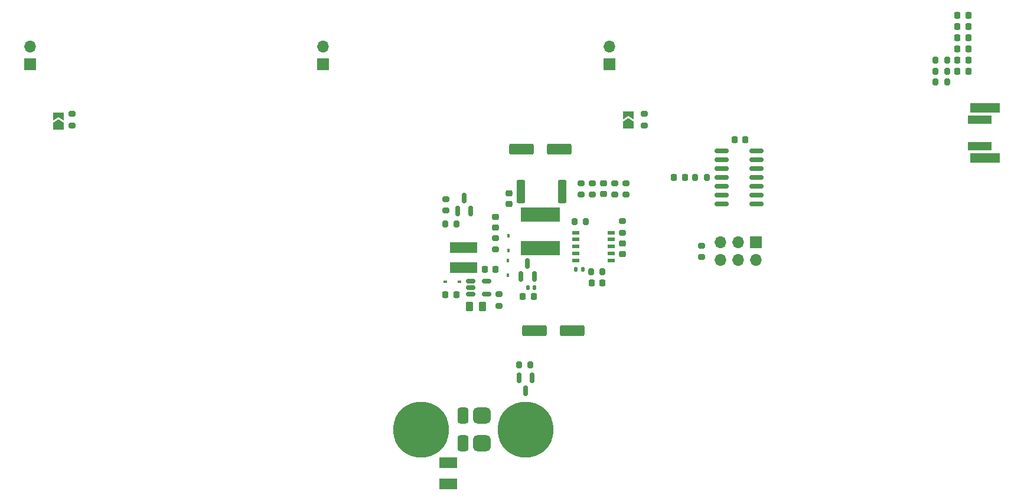
<source format=gbr>
%TF.GenerationSoftware,KiCad,Pcbnew,6.0.0-rc1-unknown-c40e921cb3~144~ubuntu20.04.1*%
%TF.CreationDate,2021-11-23T20:48:53+02:00*%
%TF.ProjectId,solar_lantern,736f6c61-725f-46c6-916e-7465726e2e6b,1*%
%TF.SameCoordinates,Original*%
%TF.FileFunction,Soldermask,Top*%
%TF.FilePolarity,Negative*%
%FSLAX46Y46*%
G04 Gerber Fmt 4.6, Leading zero omitted, Abs format (unit mm)*
G04 Created by KiCad (PCBNEW 6.0.0-rc1-unknown-c40e921cb3~144~ubuntu20.04.1) date 2021-11-23 20:48:53*
%MOMM*%
%LPD*%
G01*
G04 APERTURE LIST*
G04 Aperture macros list*
%AMRoundRect*
0 Rectangle with rounded corners*
0 $1 Rounding radius*
0 $2 $3 $4 $5 $6 $7 $8 $9 X,Y pos of 4 corners*
0 Add a 4 corners polygon primitive as box body*
4,1,4,$2,$3,$4,$5,$6,$7,$8,$9,$2,$3,0*
0 Add four circle primitives for the rounded corners*
1,1,$1+$1,$2,$3*
1,1,$1+$1,$4,$5*
1,1,$1+$1,$6,$7*
1,1,$1+$1,$8,$9*
0 Add four rect primitives between the rounded corners*
20,1,$1+$1,$2,$3,$4,$5,0*
20,1,$1+$1,$4,$5,$6,$7,0*
20,1,$1+$1,$6,$7,$8,$9,0*
20,1,$1+$1,$8,$9,$2,$3,0*%
%AMFreePoly0*
4,1,6,1.000000,0.000000,0.500000,-0.750000,-0.500000,-0.750000,-0.500000,0.750000,0.500000,0.750000,1.000000,0.000000,1.000000,0.000000,$1*%
%AMFreePoly1*
4,1,6,0.500000,-0.750000,-0.650000,-0.750000,-0.150000,0.000000,-0.650000,0.750000,0.500000,0.750000,0.500000,-0.750000,0.500000,-0.750000,$1*%
G04 Aperture macros list end*
%ADD10RoundRect,0.575000X-0.690000X-0.575000X0.690000X-0.575000X0.690000X0.575000X-0.690000X0.575000X0*%
%ADD11RoundRect,0.395000X-0.395000X-0.755000X0.395000X-0.755000X0.395000X0.755000X-0.395000X0.755000X0*%
%ADD12RoundRect,0.250000X-1.500000X-0.550000X1.500000X-0.550000X1.500000X0.550000X-1.500000X0.550000X0*%
%ADD13R,1.700000X1.700000*%
%ADD14O,1.700000X1.700000*%
%ADD15RoundRect,0.225000X0.225000X0.250000X-0.225000X0.250000X-0.225000X-0.250000X0.225000X-0.250000X0*%
%ADD16RoundRect,0.200000X0.200000X0.275000X-0.200000X0.275000X-0.200000X-0.275000X0.200000X-0.275000X0*%
%ADD17RoundRect,0.225000X-0.225000X-0.250000X0.225000X-0.250000X0.225000X0.250000X-0.225000X0.250000X0*%
%ADD18RoundRect,0.200000X-0.200000X-0.275000X0.200000X-0.275000X0.200000X0.275000X-0.200000X0.275000X0*%
%ADD19RoundRect,0.218750X0.218750X0.256250X-0.218750X0.256250X-0.218750X-0.256250X0.218750X-0.256250X0*%
%ADD20RoundRect,0.200000X-0.275000X0.200000X-0.275000X-0.200000X0.275000X-0.200000X0.275000X0.200000X0*%
%ADD21RoundRect,0.140000X-0.140000X-0.170000X0.140000X-0.170000X0.140000X0.170000X-0.140000X0.170000X0*%
%ADD22RoundRect,0.150000X0.150000X-0.587500X0.150000X0.587500X-0.150000X0.587500X-0.150000X-0.587500X0*%
%ADD23R,2.600000X1.500000*%
%ADD24R,0.450000X0.600000*%
%ADD25RoundRect,0.200000X0.275000X-0.200000X0.275000X0.200000X-0.275000X0.200000X-0.275000X-0.200000X0*%
%ADD26FreePoly0,90.000000*%
%ADD27FreePoly1,90.000000*%
%ADD28RoundRect,0.250000X-0.262500X-0.450000X0.262500X-0.450000X0.262500X0.450000X-0.262500X0.450000X0*%
%ADD29R,5.700000X2.000000*%
%ADD30R,3.900000X1.600000*%
%ADD31RoundRect,0.225000X0.250000X-0.225000X0.250000X0.225000X-0.250000X0.225000X-0.250000X-0.225000X0*%
%ADD32RoundRect,0.250000X0.362500X1.425000X-0.362500X1.425000X-0.362500X-1.425000X0.362500X-1.425000X0*%
%ADD33R,1.100000X0.510000*%
%ADD34RoundRect,0.150000X-0.825000X-0.150000X0.825000X-0.150000X0.825000X0.150000X-0.825000X0.150000X0*%
%ADD35RoundRect,0.150000X-0.512500X-0.150000X0.512500X-0.150000X0.512500X0.150000X-0.512500X0.150000X0*%
%ADD36RoundRect,0.218750X-0.218750X-0.256250X0.218750X-0.256250X0.218750X0.256250X-0.218750X0.256250X0*%
%ADD37C,8.000000*%
%ADD38RoundRect,0.225000X-0.250000X0.225000X-0.250000X-0.225000X0.250000X-0.225000X0.250000X0.225000X0*%
%ADD39R,3.400000X1.250000*%
%ADD40R,4.300000X1.450000*%
%ADD41R,0.600000X0.450000*%
%ADD42RoundRect,0.150000X-0.150000X0.587500X-0.150000X-0.587500X0.150000X-0.587500X0.150000X0.587500X0*%
G04 APERTURE END LIST*
D10*
%TO.C,D10*%
X127735000Y-81500000D03*
D11*
X124990000Y-81500000D03*
%TD*%
D12*
%TO.C,C14*%
X133400000Y-43200000D03*
X138800000Y-43200000D03*
%TD*%
D13*
%TO.C,BT1*%
X105000000Y-31000000D03*
D14*
X105000000Y-28460000D03*
%TD*%
D15*
%TO.C,C4*%
X144997500Y-62402500D03*
X143447500Y-62402500D03*
%TD*%
D16*
%TO.C,R1*%
X134725000Y-74200000D03*
X133075000Y-74200000D03*
%TD*%
D15*
%TO.C,C12*%
X129675000Y-60500000D03*
X128125000Y-60500000D03*
%TD*%
D17*
%TO.C,C2*%
X133625000Y-64400000D03*
X135175000Y-64400000D03*
%TD*%
D13*
%TO.C,BT2*%
X146000000Y-31000000D03*
D14*
X146000000Y-28460000D03*
%TD*%
D18*
%TO.C,R12*%
X192775000Y-33600000D03*
X194425000Y-33600000D03*
%TD*%
D19*
%TO.C,D3*%
X197487500Y-24000000D03*
X195912500Y-24000000D03*
%TD*%
D20*
%TO.C,R15*%
X122600000Y-50375000D03*
X122600000Y-52025000D03*
%TD*%
D16*
%TO.C,R16*%
X124125000Y-54000000D03*
X122475000Y-54000000D03*
%TD*%
D20*
%TO.C,R5*%
X129722500Y-55977500D03*
X129722500Y-57627500D03*
%TD*%
D19*
%TO.C,D4*%
X197487500Y-25600000D03*
X195912500Y-25600000D03*
%TD*%
D21*
%TO.C,C3*%
X134320000Y-63100000D03*
X135280000Y-63100000D03*
%TD*%
D22*
%TO.C,Q3*%
X124250000Y-52137500D03*
X126150000Y-52137500D03*
X125200000Y-50262500D03*
%TD*%
D23*
%TO.C,D11*%
X122900000Y-88300000D03*
X122900000Y-91300000D03*
%TD*%
D24*
%TO.C,D12*%
X131500000Y-59250000D03*
X131500000Y-61350000D03*
%TD*%
D25*
%TO.C,R4*%
X147922500Y-55227500D03*
X147922500Y-53577500D03*
%TD*%
D17*
%TO.C,C13*%
X122525000Y-64100000D03*
X124075000Y-64100000D03*
%TD*%
D26*
%TO.C,JP1*%
X148750000Y-39725000D03*
D27*
X148750000Y-38275000D03*
%TD*%
D28*
%TO.C,R18*%
X125987500Y-65822500D03*
X127812500Y-65822500D03*
%TD*%
D29*
%TO.C,L1*%
X136122500Y-57402500D03*
X136122500Y-52602500D03*
%TD*%
D15*
%TO.C,C9*%
X165539511Y-41875001D03*
X163989511Y-41875001D03*
%TD*%
D12*
%TO.C,C1*%
X135300000Y-69300000D03*
X140700000Y-69300000D03*
%TD*%
D25*
%TO.C,R21*%
X69000000Y-39825000D03*
X69000000Y-38175000D03*
%TD*%
D30*
%TO.C,L2*%
X125100000Y-57350000D03*
X125100000Y-60250000D03*
%TD*%
D31*
%TO.C,C7*%
X131622500Y-51077500D03*
X131622500Y-49527500D03*
%TD*%
D20*
%TO.C,R17*%
X130200000Y-64075000D03*
X130200000Y-65725000D03*
%TD*%
D32*
%TO.C,R6*%
X139285000Y-49302500D03*
X133360000Y-49302500D03*
%TD*%
D13*
%TO.C,BT3*%
X63000000Y-31000000D03*
D14*
X63000000Y-28460000D03*
%TD*%
D33*
%TO.C,U1*%
X146272500Y-59202500D03*
X146272500Y-58202500D03*
X146272500Y-57202500D03*
X146272500Y-56202500D03*
X146272500Y-55202500D03*
X141172500Y-55202500D03*
X141172500Y-56202500D03*
X141172500Y-57202500D03*
X141172500Y-58202500D03*
X141172500Y-59202500D03*
%TD*%
D16*
%TO.C,R9*%
X159989511Y-47275001D03*
X158339511Y-47275001D03*
%TD*%
D34*
%TO.C,U2*%
X162149511Y-43475001D03*
X162149511Y-44745001D03*
X162149511Y-46015001D03*
X162149511Y-47285001D03*
X162149511Y-48555001D03*
X162149511Y-49825001D03*
X162149511Y-51095001D03*
X167099511Y-51095001D03*
X167099511Y-49825001D03*
X167099511Y-48555001D03*
X167099511Y-47285001D03*
X167099511Y-46015001D03*
X167099511Y-44745001D03*
X167099511Y-43475001D03*
%TD*%
D22*
%TO.C,Q2*%
X133350000Y-61537500D03*
X135250000Y-61537500D03*
X134300000Y-59662500D03*
%TD*%
D35*
%TO.C,U3*%
X126162500Y-62150000D03*
X126162500Y-63100000D03*
X126162500Y-64050000D03*
X128437500Y-64050000D03*
X128437500Y-62150000D03*
%TD*%
D19*
%TO.C,D7*%
X197487500Y-30400000D03*
X195912500Y-30400000D03*
%TD*%
D18*
%TO.C,R10*%
X192775000Y-32000000D03*
X194425000Y-32000000D03*
%TD*%
D36*
%TO.C,D2*%
X195912500Y-27200000D03*
X197487500Y-27200000D03*
%TD*%
D37*
%TO.C,J1*%
X119000000Y-83500000D03*
X134000000Y-83500000D03*
%TD*%
D24*
%TO.C,D1*%
X131522500Y-57752500D03*
X131522500Y-55652500D03*
%TD*%
D16*
%TO.C,R3*%
X142647500Y-53602500D03*
X140997500Y-53602500D03*
%TD*%
D38*
%TO.C,C6*%
X129722500Y-52927500D03*
X129722500Y-54477500D03*
%TD*%
D39*
%TO.C,SW1*%
X199100000Y-42775000D03*
D40*
X199850000Y-44525000D03*
D39*
X199100000Y-39025000D03*
D40*
X199850000Y-37275000D03*
%TD*%
D25*
%TO.C,R8*%
X148387740Y-49737740D03*
X148387740Y-48087740D03*
%TD*%
D13*
%TO.C,J2*%
X166989511Y-56600000D03*
D14*
X166989511Y-59140000D03*
X164449511Y-56600000D03*
X164449511Y-59140000D03*
X161909511Y-56600000D03*
X161909511Y-59140000D03*
%TD*%
D31*
%TO.C,C5*%
X147922500Y-58277500D03*
X147922500Y-56727500D03*
%TD*%
D16*
%TO.C,R2*%
X145047500Y-60802500D03*
X143397500Y-60802500D03*
%TD*%
D26*
%TO.C,JP2*%
X67000000Y-39900000D03*
D27*
X67000000Y-38450000D03*
%TD*%
D36*
%TO.C,D6*%
X195912500Y-32000000D03*
X197487500Y-32000000D03*
%TD*%
D17*
%TO.C,C10*%
X155289511Y-47275001D03*
X156839511Y-47275001D03*
%TD*%
D20*
%TO.C,R14*%
X143587740Y-48087740D03*
X143587740Y-49737740D03*
%TD*%
D41*
%TO.C,D8*%
X122450000Y-62300000D03*
X124550000Y-62300000D03*
%TD*%
D25*
%TO.C,R7*%
X146787740Y-49737740D03*
X146787740Y-48087740D03*
%TD*%
%TO.C,R13*%
X141987740Y-49737740D03*
X141987740Y-48087740D03*
%TD*%
D36*
%TO.C,D5*%
X195912500Y-28800000D03*
X197487500Y-28800000D03*
%TD*%
D38*
%TO.C,C11*%
X145187740Y-48137740D03*
X145187740Y-49687740D03*
%TD*%
D20*
%TO.C,R19*%
X159200000Y-57075000D03*
X159200000Y-58725000D03*
%TD*%
D10*
%TO.C,D9*%
X127735000Y-85500000D03*
D11*
X124990000Y-85500000D03*
%TD*%
D42*
%TO.C,Q1*%
X134950000Y-76062500D03*
X133050000Y-76062500D03*
X134000000Y-77937500D03*
%TD*%
D25*
%TO.C,R20*%
X151000000Y-39825000D03*
X151000000Y-38175000D03*
%TD*%
D18*
%TO.C,R11*%
X192775000Y-30400000D03*
X194425000Y-30400000D03*
%TD*%
D21*
%TO.C,C8*%
X141242500Y-60502500D03*
X142202500Y-60502500D03*
%TD*%
M02*

</source>
